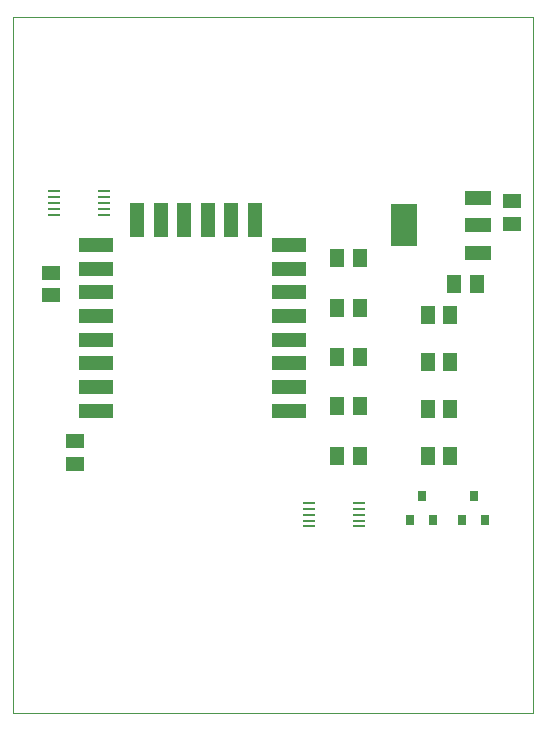
<source format=gbp>
G75*
%MOIN*%
%OFA0B0*%
%FSLAX25Y25*%
%IPPOS*%
%LPD*%
%AMOC8*
5,1,8,0,0,1.08239X$1,22.5*
%
%ADD10C,0.00000*%
%ADD11R,0.11811X0.04724*%
%ADD12R,0.04724X0.11811*%
%ADD13R,0.05118X0.05906*%
%ADD14R,0.05906X0.05118*%
%ADD15R,0.08799X0.04799*%
%ADD16R,0.08661X0.14173*%
%ADD17R,0.03937X0.00984*%
%ADD18R,0.03150X0.03543*%
D10*
X0001300Y0001031D02*
X0001300Y0232921D01*
X0174528Y0232921D01*
X0174528Y0001031D01*
X0001300Y0001031D01*
D11*
X0028831Y0101720D03*
X0028831Y0109594D03*
X0028831Y0117469D03*
X0028831Y0125343D03*
X0028831Y0133217D03*
X0028831Y0141091D03*
X0028831Y0148965D03*
X0028831Y0156839D03*
X0093398Y0156839D03*
X0093398Y0148965D03*
X0093398Y0141091D03*
X0093398Y0133217D03*
X0093398Y0125343D03*
X0093398Y0117469D03*
X0093398Y0109594D03*
X0093398Y0101720D03*
D12*
X0081981Y0165106D03*
X0074107Y0165106D03*
X0066233Y0165106D03*
X0058359Y0165106D03*
X0050485Y0165106D03*
X0042611Y0165106D03*
D13*
X0109391Y0152449D03*
X0116871Y0152449D03*
X0116871Y0135992D03*
X0109391Y0135992D03*
X0109391Y0119535D03*
X0116871Y0119535D03*
X0116871Y0103079D03*
X0109391Y0103079D03*
X0109391Y0086622D03*
X0116871Y0086622D03*
X0139646Y0086657D03*
X0147127Y0086657D03*
X0147127Y0102250D03*
X0139646Y0102250D03*
X0139646Y0117844D03*
X0147127Y0117844D03*
X0147127Y0133437D03*
X0139646Y0133437D03*
X0148426Y0143984D03*
X0155906Y0143984D03*
D14*
X0167481Y0164063D03*
X0167481Y0171543D03*
X0021930Y0091543D03*
X0021930Y0084063D03*
X0013820Y0140205D03*
X0013820Y0147685D03*
D15*
X0156139Y0154335D03*
X0156139Y0163433D03*
X0156139Y0172531D03*
D16*
X0131737Y0163433D03*
D17*
X0116489Y0070953D03*
X0116489Y0068984D03*
X0116489Y0067016D03*
X0116489Y0065047D03*
X0116489Y0063079D03*
X0099850Y0063079D03*
X0099850Y0065047D03*
X0099850Y0067016D03*
X0099850Y0068984D03*
X0099850Y0070953D03*
X0031528Y0166937D03*
X0031528Y0168906D03*
X0031528Y0170874D03*
X0031528Y0172843D03*
X0031528Y0174811D03*
X0014890Y0174811D03*
X0014890Y0172843D03*
X0014890Y0170874D03*
X0014890Y0168906D03*
X0014890Y0166937D03*
D18*
X0133780Y0065205D03*
X0141261Y0065205D03*
X0137520Y0073079D03*
X0151103Y0065205D03*
X0154843Y0073079D03*
X0158583Y0065205D03*
M02*

</source>
